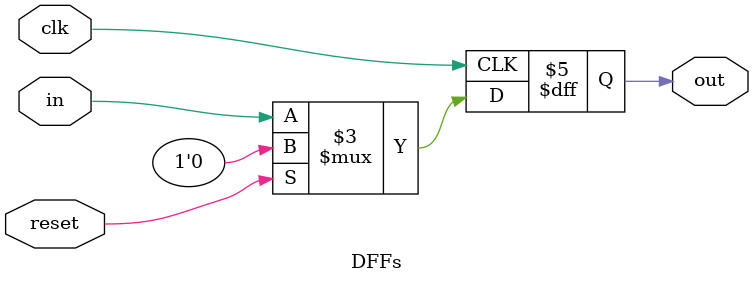
<source format=sv>
module DFFs(clk, reset, in, out);
	input logic clk, reset, in;
	output logic out;
	

	always_ff @(posedge clk) begin
		if(reset)
			out <= 0;
		else
			out <= in;
	end
	

endmodule

</source>
